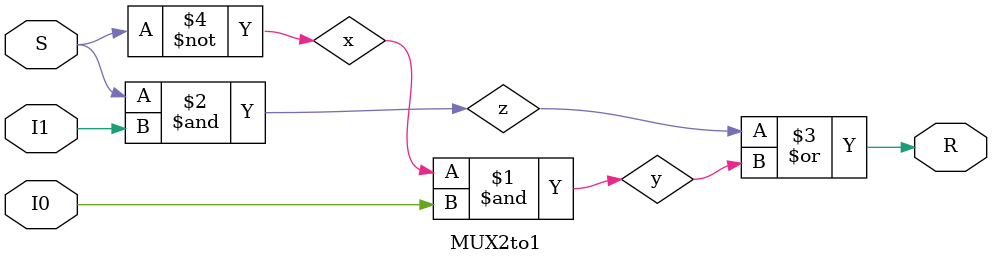
<source format=v>
module MUX2to1(R, S, I0, I1);
	input S, I0, I1;	//sS select and I0, I1: inputs
	output R;			//R: result
	wire x, y, z;
	
	not g1(x, S);
	and g2(y, x, I0);
	and g3(z, S, I1);
	or g4(R, z, y);

endmodule 
</source>
